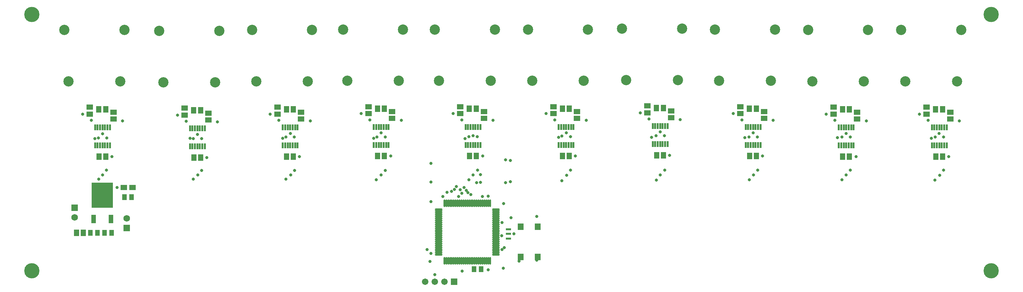
<source format=gts>
G04 Layer_Color=8388736*
%FSLAX25Y25*%
%MOIN*%
G70*
G01*
G75*
%ADD34R,0.06800X0.05800*%
%ADD35R,0.04934X0.06312*%
%ADD36R,0.05918X0.06902*%
%ADD37R,0.05524X0.02375*%
%ADD38O,0.01981X0.07887*%
%ADD39O,0.07887X0.01981*%
%ADD40R,0.04540X0.09068*%
%ADD41R,0.22453X0.26391*%
%ADD42R,0.05328X0.06509*%
%ADD43R,0.06509X0.05328*%
%ADD44R,0.02178X0.06312*%
%ADD45C,0.15800*%
%ADD46R,0.06706X0.06706*%
%ADD47C,0.06706*%
%ADD48C,0.06800*%
%ADD49R,0.06800X0.06800*%
%ADD50C,0.10642*%
%ADD51C,0.03162*%
D34*
X174000Y303000D02*
D03*
X183000D02*
D03*
D35*
X182000Y293000D02*
D03*
X174520D02*
D03*
X544382Y218142D02*
D03*
X536902D02*
D03*
X153760Y256000D02*
D03*
X161240D02*
D03*
X139260D02*
D03*
X146740D02*
D03*
D36*
X602858Y230752D02*
D03*
Y262248D02*
D03*
X585142D02*
D03*
Y230752D02*
D03*
D37*
X572500Y250051D02*
D03*
Y254776D02*
D03*
Y259500D02*
D03*
D38*
X553445Y227043D02*
D03*
X551476D02*
D03*
X549508D02*
D03*
X547539D02*
D03*
X545571D02*
D03*
X543602D02*
D03*
X541634D02*
D03*
X539665D02*
D03*
X537697D02*
D03*
X535728D02*
D03*
X533760D02*
D03*
X531791D02*
D03*
X529823D02*
D03*
X527854D02*
D03*
X525886D02*
D03*
X523917D02*
D03*
X521949D02*
D03*
X519980D02*
D03*
X518012D02*
D03*
X516043D02*
D03*
X514075D02*
D03*
X512106D02*
D03*
X510138D02*
D03*
X508169D02*
D03*
X506201D02*
D03*
Y286492D02*
D03*
X508169D02*
D03*
X510138D02*
D03*
X512106D02*
D03*
X514075D02*
D03*
X516043D02*
D03*
X518012D02*
D03*
X519980D02*
D03*
X521949D02*
D03*
X523917D02*
D03*
X525886D02*
D03*
X527854D02*
D03*
X529823D02*
D03*
X531791D02*
D03*
X533760D02*
D03*
X535728D02*
D03*
X537697D02*
D03*
X539665D02*
D03*
X541634D02*
D03*
X543602D02*
D03*
X545571D02*
D03*
X547539D02*
D03*
X549508D02*
D03*
X551476D02*
D03*
X553445D02*
D03*
D39*
X500098Y233146D02*
D03*
Y235114D02*
D03*
Y237083D02*
D03*
Y239051D02*
D03*
Y241020D02*
D03*
Y242988D02*
D03*
Y244957D02*
D03*
Y246925D02*
D03*
Y248894D02*
D03*
Y250862D02*
D03*
Y252831D02*
D03*
Y254799D02*
D03*
Y256768D02*
D03*
Y258736D02*
D03*
Y260705D02*
D03*
Y262673D02*
D03*
Y264642D02*
D03*
Y266610D02*
D03*
Y268579D02*
D03*
Y270547D02*
D03*
Y272516D02*
D03*
Y274484D02*
D03*
Y276453D02*
D03*
Y278421D02*
D03*
Y280390D02*
D03*
X559547D02*
D03*
Y278421D02*
D03*
Y276453D02*
D03*
Y274484D02*
D03*
Y272516D02*
D03*
Y270547D02*
D03*
Y268579D02*
D03*
Y266610D02*
D03*
Y264642D02*
D03*
Y262673D02*
D03*
Y260705D02*
D03*
Y258736D02*
D03*
Y256768D02*
D03*
Y254799D02*
D03*
Y252831D02*
D03*
Y250862D02*
D03*
Y248894D02*
D03*
Y246925D02*
D03*
Y244957D02*
D03*
Y242988D02*
D03*
Y241020D02*
D03*
Y239051D02*
D03*
Y237083D02*
D03*
Y235114D02*
D03*
Y233146D02*
D03*
D40*
X142524Y270197D02*
D03*
X160476D02*
D03*
D41*
X151500Y295000D02*
D03*
D42*
X1015500Y335000D02*
D03*
X1022587D02*
D03*
X919000D02*
D03*
X926087D02*
D03*
X822500Y335500D02*
D03*
X829587D02*
D03*
X726169Y336350D02*
D03*
X733256D02*
D03*
X628650Y335500D02*
D03*
X635736D02*
D03*
X532150D02*
D03*
X539236D02*
D03*
X437000D02*
D03*
X444087D02*
D03*
X342650Y335000D02*
D03*
X349736D02*
D03*
X246500Y334000D02*
D03*
X253587D02*
D03*
X148150Y335000D02*
D03*
X155236D02*
D03*
X1022500Y384000D02*
D03*
X1015413D02*
D03*
X926000D02*
D03*
X918913D02*
D03*
X829500Y384500D02*
D03*
X822413D02*
D03*
X733169Y385350D02*
D03*
X726083D02*
D03*
X635650Y384500D02*
D03*
X628563D02*
D03*
X539150D02*
D03*
X532063D02*
D03*
X444000D02*
D03*
X436913D02*
D03*
X349650Y384000D02*
D03*
X342563D02*
D03*
X253500Y383000D02*
D03*
X246413D02*
D03*
X155150Y384000D02*
D03*
X148063D02*
D03*
X132000Y256000D02*
D03*
X124913D02*
D03*
D43*
X1006000Y386087D02*
D03*
Y379000D02*
D03*
X909500Y386087D02*
D03*
Y379000D02*
D03*
X813000Y386587D02*
D03*
Y379500D02*
D03*
X716669Y387437D02*
D03*
Y380350D02*
D03*
X619150Y386587D02*
D03*
Y379500D02*
D03*
X522650Y386587D02*
D03*
Y379500D02*
D03*
X427500Y386587D02*
D03*
Y379500D02*
D03*
X333150Y386087D02*
D03*
Y379000D02*
D03*
X237000Y385087D02*
D03*
Y378000D02*
D03*
X138650Y386087D02*
D03*
Y379000D02*
D03*
X1030500Y373913D02*
D03*
Y381000D02*
D03*
X934000Y373913D02*
D03*
Y381000D02*
D03*
X837500Y374413D02*
D03*
Y381500D02*
D03*
X741169Y375264D02*
D03*
Y382350D02*
D03*
X643650Y374413D02*
D03*
Y381500D02*
D03*
X547150Y374413D02*
D03*
Y381500D02*
D03*
X452000Y374413D02*
D03*
Y381500D02*
D03*
X357650Y373913D02*
D03*
Y381000D02*
D03*
X261500Y372913D02*
D03*
Y380000D02*
D03*
X163150Y373913D02*
D03*
Y381000D02*
D03*
D44*
X1026854Y346500D02*
D03*
X1024295Y346500D02*
D03*
X1021736Y346500D02*
D03*
X1019177Y346500D02*
D03*
X1016618Y346500D02*
D03*
X1014059D02*
D03*
X1011500Y346500D02*
D03*
X1011500Y365201D02*
D03*
X1014059D02*
D03*
X1016618D02*
D03*
X1019177D02*
D03*
X1021736D02*
D03*
X1024295D02*
D03*
X1026854D02*
D03*
X930354Y346500D02*
D03*
X927795Y346500D02*
D03*
X925236Y346500D02*
D03*
X922677Y346500D02*
D03*
X920118Y346500D02*
D03*
X917559D02*
D03*
X915000Y346500D02*
D03*
X915000Y365201D02*
D03*
X917559D02*
D03*
X920118D02*
D03*
X922677D02*
D03*
X925236D02*
D03*
X927795D02*
D03*
X930354D02*
D03*
X833854Y347000D02*
D03*
X831295Y347000D02*
D03*
X828736Y347000D02*
D03*
X826177Y347000D02*
D03*
X823618Y347000D02*
D03*
X821059D02*
D03*
X818500Y347000D02*
D03*
X818500Y365701D02*
D03*
X821059D02*
D03*
X823618D02*
D03*
X826177D02*
D03*
X828736D02*
D03*
X831295D02*
D03*
X833854D02*
D03*
X737524Y347850D02*
D03*
X734965Y347850D02*
D03*
X732406Y347850D02*
D03*
X729846Y347850D02*
D03*
X727287Y347850D02*
D03*
X724728D02*
D03*
X722169Y347850D02*
D03*
X722169Y366551D02*
D03*
X724728D02*
D03*
X727287D02*
D03*
X729846D02*
D03*
X732406D02*
D03*
X734965D02*
D03*
X737524D02*
D03*
X640004Y347000D02*
D03*
X637445Y347000D02*
D03*
X634886Y347000D02*
D03*
X632327Y347000D02*
D03*
X629768Y347000D02*
D03*
X627209D02*
D03*
X624650Y347000D02*
D03*
X624650Y365701D02*
D03*
X627209D02*
D03*
X629768D02*
D03*
X632327D02*
D03*
X634886D02*
D03*
X637445D02*
D03*
X640004D02*
D03*
X543504Y347000D02*
D03*
X540945Y347000D02*
D03*
X538386Y347000D02*
D03*
X535827Y347000D02*
D03*
X533268Y347000D02*
D03*
X530709D02*
D03*
X528150Y347000D02*
D03*
X528150Y365701D02*
D03*
X530709D02*
D03*
X533268D02*
D03*
X535827D02*
D03*
X538386D02*
D03*
X540945D02*
D03*
X543504D02*
D03*
X448354Y347000D02*
D03*
X445795Y347000D02*
D03*
X443236Y347000D02*
D03*
X440677Y347000D02*
D03*
X438118Y347000D02*
D03*
X435559D02*
D03*
X433000Y347000D02*
D03*
X433000Y365701D02*
D03*
X435559D02*
D03*
X438118D02*
D03*
X440677D02*
D03*
X443236D02*
D03*
X445795D02*
D03*
X448354D02*
D03*
X354004Y346500D02*
D03*
X351445Y346500D02*
D03*
X348886Y346500D02*
D03*
X346327Y346500D02*
D03*
X343768Y346500D02*
D03*
X341209D02*
D03*
X338650Y346500D02*
D03*
X338650Y365201D02*
D03*
X341209D02*
D03*
X343768D02*
D03*
X346327D02*
D03*
X348886D02*
D03*
X351445D02*
D03*
X354004D02*
D03*
X257854Y345500D02*
D03*
X255295Y345500D02*
D03*
X252736Y345500D02*
D03*
X250177Y345500D02*
D03*
X247618Y345500D02*
D03*
X245059D02*
D03*
X242500Y345500D02*
D03*
X242500Y364201D02*
D03*
X245059D02*
D03*
X247618D02*
D03*
X250177D02*
D03*
X252736D02*
D03*
X255295D02*
D03*
X257854D02*
D03*
X159504Y346500D02*
D03*
X156945Y346500D02*
D03*
X154386Y346500D02*
D03*
X151827Y346500D02*
D03*
X149268Y346500D02*
D03*
X146709D02*
D03*
X144150Y346500D02*
D03*
X144150Y365201D02*
D03*
X146709D02*
D03*
X149268D02*
D03*
X151827D02*
D03*
X154386D02*
D03*
X156945D02*
D03*
X159504D02*
D03*
D45*
X78740Y482283D02*
D03*
Y216535D02*
D03*
X1072835D02*
D03*
Y482283D02*
D03*
D46*
X516142Y205142D02*
D03*
D47*
X506142D02*
D03*
X496142D02*
D03*
X486142D02*
D03*
D48*
X123000Y272000D02*
D03*
X177000Y271000D02*
D03*
D49*
X123000Y282000D02*
D03*
X177000Y261000D02*
D03*
D50*
X1041831Y466150D02*
D03*
X979626D02*
D03*
X983957Y413000D02*
D03*
X1037500D02*
D03*
X945331Y466150D02*
D03*
X883126D02*
D03*
X887457Y413000D02*
D03*
X941000D02*
D03*
X848831Y466650D02*
D03*
X786626D02*
D03*
X790957Y413500D02*
D03*
X844500D02*
D03*
X752500Y467500D02*
D03*
X690295D02*
D03*
X694626Y414350D02*
D03*
X748169D02*
D03*
X654980Y466650D02*
D03*
X592776D02*
D03*
X597106Y413500D02*
D03*
X650650D02*
D03*
X558480Y466650D02*
D03*
X496276D02*
D03*
X500606Y413500D02*
D03*
X554150D02*
D03*
X463331Y466650D02*
D03*
X401126D02*
D03*
X405457Y413500D02*
D03*
X459000D02*
D03*
X368980Y466150D02*
D03*
X306776D02*
D03*
X311106Y413000D02*
D03*
X364650D02*
D03*
X272831Y465150D02*
D03*
X210626D02*
D03*
X214957Y412000D02*
D03*
X268500D02*
D03*
X174480Y466150D02*
D03*
X112276D02*
D03*
X116606Y413000D02*
D03*
X170150D02*
D03*
D51*
X167000Y303000D02*
D03*
X1011000Y354000D02*
D03*
X913500Y354500D02*
D03*
X817500D02*
D03*
X531443Y311057D02*
D03*
X721000Y355000D02*
D03*
X624500D02*
D03*
X527500Y353500D02*
D03*
X433000Y354000D02*
D03*
X338500D02*
D03*
X516500Y301000D02*
D03*
X242500Y354000D02*
D03*
X513500Y299000D02*
D03*
X524642Y216142D02*
D03*
X347000Y316000D02*
D03*
X342000Y311500D02*
D03*
X144000Y353500D02*
D03*
X496142Y212642D02*
D03*
X152000Y316000D02*
D03*
X147443Y354116D02*
D03*
X254500Y320500D02*
D03*
X156000Y321000D02*
D03*
X351000Y320500D02*
D03*
X350711Y355116D02*
D03*
X492098Y288142D02*
D03*
X567402Y219402D02*
D03*
X492142Y234642D02*
D03*
X488182Y238601D02*
D03*
X491142Y226142D02*
D03*
X509026Y298026D02*
D03*
X504642Y293642D02*
D03*
X1023561Y320939D02*
D03*
X1019500Y315500D02*
D03*
X1014500Y310500D02*
D03*
X927061Y355116D02*
D03*
X830561D02*
D03*
X734231Y356616D02*
D03*
X637000Y355500D02*
D03*
X927000Y321000D02*
D03*
X831000D02*
D03*
X734500D02*
D03*
X637000D02*
D03*
X540211Y355616D02*
D03*
X445061Y355116D02*
D03*
X254561Y353616D02*
D03*
X156211Y354116D02*
D03*
X540500Y321000D02*
D03*
X445000Y320500D02*
D03*
X918293Y355116D02*
D03*
X725462Y356616D02*
D03*
X821793Y355116D02*
D03*
X627943Y356116D02*
D03*
X531443Y355616D02*
D03*
X918293Y311000D02*
D03*
X822147Y310853D02*
D03*
X726000Y310500D02*
D03*
X627943Y310057D02*
D03*
X436293Y355116D02*
D03*
X341943D02*
D03*
X245793Y353616D02*
D03*
X435500Y311000D02*
D03*
X148000Y311500D02*
D03*
X246000D02*
D03*
X922500Y359000D02*
D03*
X730000Y360500D02*
D03*
X826177Y359500D02*
D03*
X632500D02*
D03*
X826500Y316000D02*
D03*
X922500D02*
D03*
X536000D02*
D03*
X730000D02*
D03*
X633000Y315500D02*
D03*
X440677Y359500D02*
D03*
X346500Y359000D02*
D03*
X250177Y358000D02*
D03*
X151827Y358500D02*
D03*
X440500Y316000D02*
D03*
X250500Y315900D02*
D03*
X1023561Y355116D02*
D03*
X1014793D02*
D03*
X1019000Y359000D02*
D03*
X172650Y372000D02*
D03*
X140150Y372500D02*
D03*
X131150Y379000D02*
D03*
X1040000Y372000D02*
D03*
X998500Y379000D02*
D03*
X1007500Y372500D02*
D03*
X902000Y379000D02*
D03*
X943500Y372000D02*
D03*
X911000Y372500D02*
D03*
X805500Y379500D02*
D03*
X847000Y372500D02*
D03*
X814500Y373000D02*
D03*
X709169Y380350D02*
D03*
X750669Y373350D02*
D03*
X718169Y373850D02*
D03*
X653150Y372500D02*
D03*
X611650Y379500D02*
D03*
X620650Y373000D02*
D03*
X515150Y379500D02*
D03*
X556650Y372500D02*
D03*
X524150Y373000D02*
D03*
X461500Y372500D02*
D03*
X420000Y379500D02*
D03*
X429000Y373000D02*
D03*
X325650Y379000D02*
D03*
X367150Y372000D02*
D03*
X334650Y372500D02*
D03*
X271000Y371000D02*
D03*
X229500Y378000D02*
D03*
X238500Y371500D02*
D03*
X567642Y286142D02*
D03*
X575142Y271642D02*
D03*
X551642Y217642D02*
D03*
X161500Y335000D02*
D03*
X260000Y334000D02*
D03*
X356000Y335000D02*
D03*
X450500Y335500D02*
D03*
X546000D02*
D03*
X642000D02*
D03*
X739650Y336350D02*
D03*
X836000Y335500D02*
D03*
X933000Y335000D02*
D03*
X1029000D02*
D03*
X568142Y240642D02*
D03*
X583642Y226642D02*
D03*
X602000Y273000D02*
D03*
Y227500D02*
D03*
X566000Y238500D02*
D03*
Y266500D02*
D03*
X545642Y293642D02*
D03*
X551476Y293876D02*
D03*
X520781Y293719D02*
D03*
X524100Y296900D02*
D03*
X533482Y295500D02*
D03*
X518500Y304000D02*
D03*
X522500Y300500D02*
D03*
X530500Y297500D02*
D03*
X528781Y300000D02*
D03*
X526500Y303000D02*
D03*
X539500Y308000D02*
D03*
X543602Y308102D02*
D03*
Y316102D02*
D03*
X574750Y330750D02*
D03*
Y308750D02*
D03*
X535827Y356500D02*
D03*
X569500Y331500D02*
D03*
Y308000D02*
D03*
X492098Y308500D02*
D03*
Y328000D02*
D03*
X578276Y254776D02*
D03*
X565669Y252831D02*
D03*
M02*

</source>
